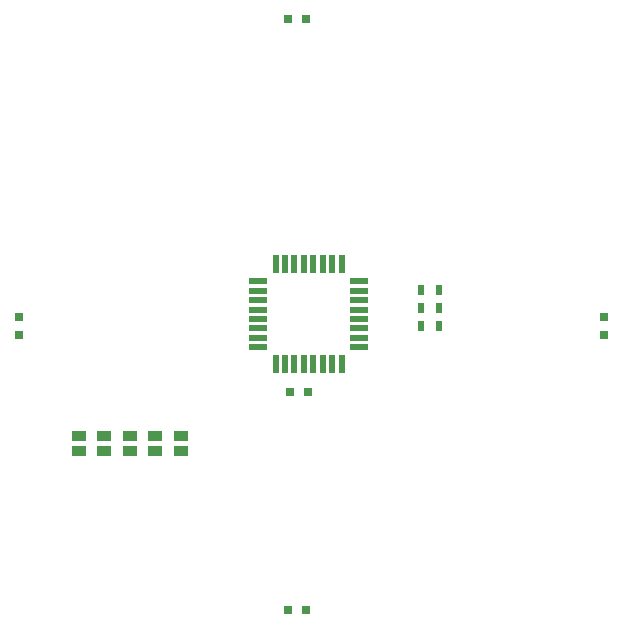
<source format=gbr>
G04 #@! TF.FileFunction,Paste,Bot*
%FSLAX46Y46*%
G04 Gerber Fmt 4.6, Leading zero omitted, Abs format (unit mm)*
G04 Created by KiCad (PCBNEW 4.0.6) date Saturday 24 June 2017 19:05:41*
%MOMM*%
%LPD*%
G01*
G04 APERTURE LIST*
%ADD10C,0.100000*%
%ADD11R,0.800000X0.750000*%
%ADD12R,0.750000X0.800000*%
%ADD13R,0.500000X0.900000*%
%ADD14R,0.550000X1.600000*%
%ADD15R,1.600000X0.550000*%
%ADD16R,1.270000X0.970000*%
G04 APERTURE END LIST*
D10*
D11*
X28461000Y23414000D03*
X29961000Y23414000D03*
D12*
X5500000Y28250000D03*
X5500000Y29750000D03*
D11*
X28250000Y55000000D03*
X29750000Y55000000D03*
D12*
X55000000Y28250000D03*
X55000000Y29750000D03*
D11*
X28250000Y5000000D03*
X29750000Y5000000D03*
D13*
X41010000Y32050000D03*
X39510000Y32050000D03*
X41010000Y30526000D03*
X39510000Y30526000D03*
X41010000Y29002000D03*
X39510000Y29002000D03*
D14*
X32800000Y25750000D03*
X32000000Y25750000D03*
X31200000Y25750000D03*
X30400000Y25750000D03*
X29600000Y25750000D03*
X28800000Y25750000D03*
X28000000Y25750000D03*
X27200000Y25750000D03*
D15*
X25750000Y27200000D03*
X25750000Y28000000D03*
X25750000Y28800000D03*
X25750000Y29600000D03*
X25750000Y30400000D03*
X25750000Y31200000D03*
X25750000Y32000000D03*
X25750000Y32800000D03*
D14*
X27200000Y34250000D03*
X28000000Y34250000D03*
X28800000Y34250000D03*
X29600000Y34250000D03*
X30400000Y34250000D03*
X31200000Y34250000D03*
X32000000Y34250000D03*
X32800000Y34250000D03*
D15*
X34250000Y32800000D03*
X34250000Y32000000D03*
X34250000Y31200000D03*
X34250000Y30400000D03*
X34250000Y29600000D03*
X34250000Y28800000D03*
X34250000Y28000000D03*
X34250000Y27200000D03*
D16*
X10542000Y19736000D03*
X10542000Y18456000D03*
X12701000Y19736000D03*
X12701000Y18456000D03*
X14860000Y19736000D03*
X14860000Y18456000D03*
X17019000Y19736000D03*
X17019000Y18456000D03*
X19178000Y19736000D03*
X19178000Y18456000D03*
M02*

</source>
